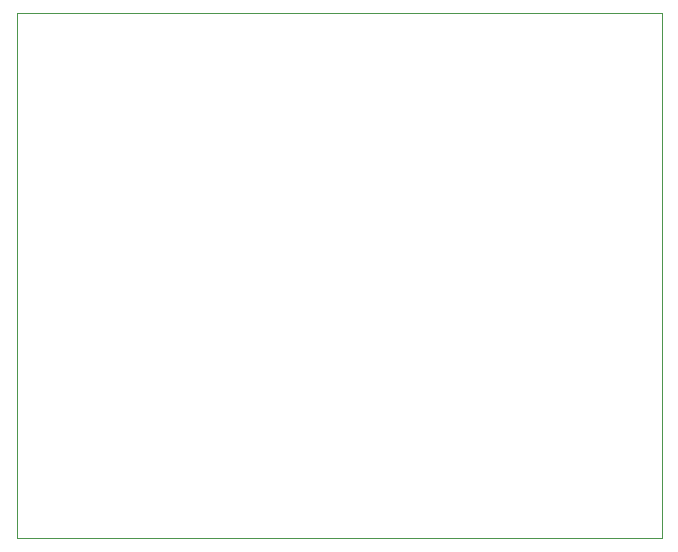
<source format=gbr>
%TF.GenerationSoftware,KiCad,Pcbnew,(5.1.6)-1*%
%TF.CreationDate,2020-07-20T20:39:59-04:00*%
%TF.ProjectId,KiCAD,4b694341-442e-46b6-9963-61645f706362,rev?*%
%TF.SameCoordinates,Original*%
%TF.FileFunction,Profile,NP*%
%FSLAX46Y46*%
G04 Gerber Fmt 4.6, Leading zero omitted, Abs format (unit mm)*
G04 Created by KiCad (PCBNEW (5.1.6)-1) date 2020-07-20 20:39:59*
%MOMM*%
%LPD*%
G01*
G04 APERTURE LIST*
%TA.AperFunction,Profile*%
%ADD10C,0.100000*%
%TD*%
G04 APERTURE END LIST*
D10*
X117856000Y-67437000D02*
X117856000Y-111887000D01*
X172466000Y-67437000D02*
X117856000Y-67437000D01*
X172466000Y-111887000D02*
X172466000Y-67437000D01*
X117856000Y-111887000D02*
X172466000Y-111887000D01*
M02*

</source>
